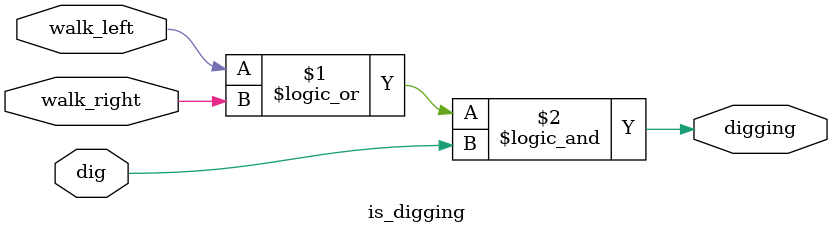
<source format=sv>
module top_module (
    input clk,
    input areset,
    input bump_left,
    input bump_right,
    input ground,
    input dig,
    output reg walk_left,
    output reg walk_right,
    output reg aaah,
    output reg digging
);

    reg [1:0] state;
    wire walking;
    wire falling;
    wire digging;
    
    is_falling falling_block(.ground(ground), .falling(falling));
    is_walking walking_block(.bump_left(bump_left), .bump_right(bump_right), .walk_left(walk_left), .walk_right(walk_right));
    is_digging digging_block(.walk_left(walk_left), .walk_right(walk_right), .dig(dig), .digging(digging));
    always @(posedge clk or posedge areset) begin
        if (areset) begin
            state <= 2'b01; // Reset to walk left state
            walk_left <= 1'b1;
            walk_right <= 1'b0;
            aaah <= 1'b0;
            digging <= 1'b0;
        end else begin
            case(state)
                2'b00: begin // Fall state
                    walk_left <= walking;
                    walk_right <= ~walking;
                    aaah <= 1'b1;
                    digging <= 1'b0;
                    
                    if (ground) begin
                        if (walking) begin
                            state <= 2'b01; // If ground=1 and walking, go to walk left state
                        end else begin
                            state <= 2'b10; // If ground=1 and not walking, go to walk right state
                        end
                    end
                end
                
                2'b01: begin // Walk left state
                    walk_left <= walking;
                    walk_right <= ~walking;
                    aaah <= 1'b0;
                    digging <= 1'b0;
                    
                    if (dig && !falling) begin
                        state <= 2'b11; // If dig=1 and not falling, go to dig state
                    end else if (!walking && !digging && !falling) begin
                        state <= 2'b00; // If not walking or digging or falling, go to fall state
                    end else if (bump_right && !falling) begin
                        state <= 2'b10; // If bump right and not falling, go to walk right state
                    end
                end
                
                2'b10: begin // Walk right state
                    walk_left <= walking;
                    walk_right <= ~walking;
                    aaah <= 1'b0;
                    digging <= 1'b0;
                    
                    if (dig && !falling) begin
                        state <= 2'b11; // If dig=1 and not falling, go to dig state
                    end else if (!walking && !digging && !falling) begin
                        state <= 2'b00; // If not walking or digging or falling, go to fall state
                    end else if (bump_left && !falling) begin
                        state <= 2'b01; // If bump left and not falling, go to walk left state
                    end
                end
                
                2'b11: begin // Dig state
                    walk_left <= walking;
                    walk_right <= ~walking;
                    aaah <= 1'b0;
                    digging <= digging;
                    
                    if (!walking && !digging && !falling) begin
                        state <= 2'b00; // If not walking or digging or falling, go to fall state
                    end
                end
                
                default: state <= 2'b01; // Default state is walk left state
            endcase
        end
    end
endmodule
module is_falling(
    input ground,
    output falling
);
    reg prev_ground;
    
    always @(*) begin
        if (prev_ground && !ground) begin
            falling = 1'b1;
        end else begin
            falling = 1'b0;
        end
        prev_ground = ground;
    end
endmodule
module is_walking(
    input bump_left,
    input bump_right,
    output walk_left,
    output walk_right
);
    assign walk_left = !bump_right;
    assign walk_right = !bump_left;
endmodule
module is_digging(
    input walk_left,
    input walk_right,
    input dig,
    output digging
);
    assign digging = (walk_left || walk_right) && dig;
endmodule

</source>
